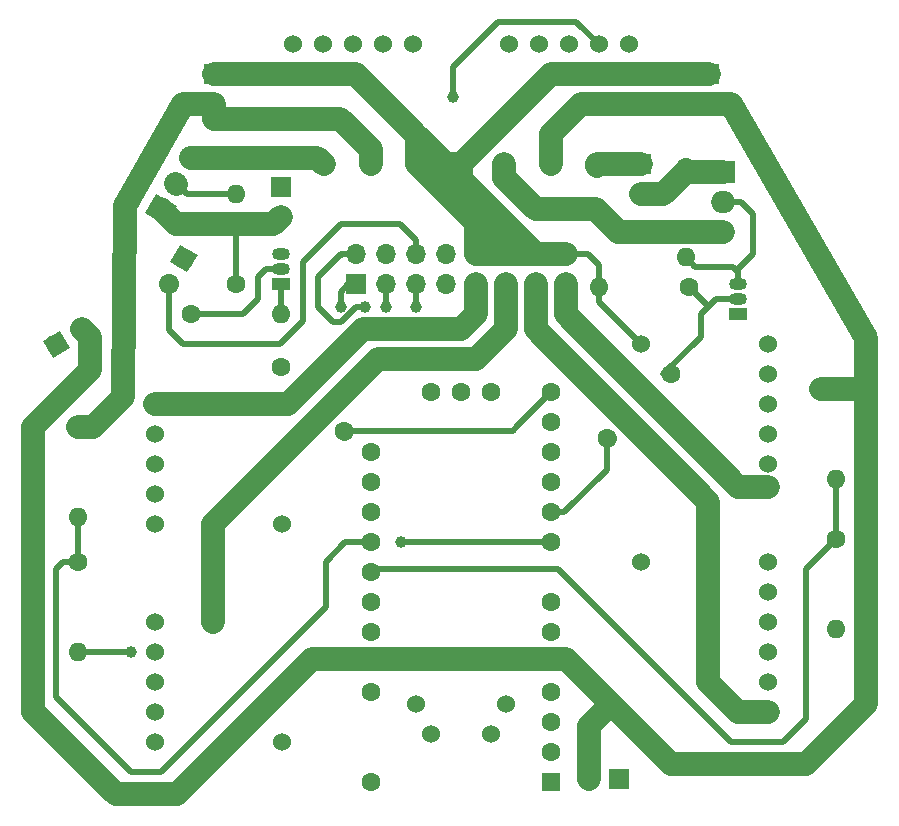
<source format=gbl>
G04 #@! TF.GenerationSoftware,KiCad,Pcbnew,5.0.2-bee76a0~70~ubuntu18.04.1*
G04 #@! TF.CreationDate,2019-01-29T21:20:29+01:00*
G04 #@! TF.ProjectId,Robot Propulsion layer 2 V2,526f626f-7420-4507-926f-70756c73696f,rev?*
G04 #@! TF.SameCoordinates,Original*
G04 #@! TF.FileFunction,Copper,L2,Bot*
G04 #@! TF.FilePolarity,Positive*
%FSLAX46Y46*%
G04 Gerber Fmt 4.6, Leading zero omitted, Abs format (unit mm)*
G04 Created by KiCad (PCBNEW 5.0.2-bee76a0~70~ubuntu18.04.1) date mar. 29 janv. 2019 21:20:29 CET*
%MOMM*%
%LPD*%
G01*
G04 APERTURE LIST*
G04 #@! TA.AperFunction,ComponentPad*
%ADD10C,1.600000*%
G04 #@! TD*
G04 #@! TA.AperFunction,ComponentPad*
%ADD11R,1.600000X1.600000*%
G04 #@! TD*
G04 #@! TA.AperFunction,ComponentPad*
%ADD12R,1.500000X1.050000*%
G04 #@! TD*
G04 #@! TA.AperFunction,ComponentPad*
%ADD13O,1.500000X1.050000*%
G04 #@! TD*
G04 #@! TA.AperFunction,ComponentPad*
%ADD14C,1.524000*%
G04 #@! TD*
G04 #@! TA.AperFunction,ComponentPad*
%ADD15O,1.700000X1.700000*%
G04 #@! TD*
G04 #@! TA.AperFunction,ComponentPad*
%ADD16R,1.700000X1.700000*%
G04 #@! TD*
G04 #@! TA.AperFunction,ComponentPad*
%ADD17C,1.700000*%
G04 #@! TD*
G04 #@! TA.AperFunction,Conductor*
%ADD18C,1.700000*%
G04 #@! TD*
G04 #@! TA.AperFunction,Conductor*
%ADD19C,0.100000*%
G04 #@! TD*
G04 #@! TA.AperFunction,Conductor*
%ADD20C,1.600000*%
G04 #@! TD*
G04 #@! TA.AperFunction,ComponentPad*
%ADD21O,1.600000X1.600000*%
G04 #@! TD*
G04 #@! TA.AperFunction,ComponentPad*
%ADD22C,1.905000*%
G04 #@! TD*
G04 #@! TA.AperFunction,Conductor*
%ADD23C,1.905000*%
G04 #@! TD*
G04 #@! TA.AperFunction,ComponentPad*
%ADD24R,2.000000X1.905000*%
G04 #@! TD*
G04 #@! TA.AperFunction,ComponentPad*
%ADD25O,2.000000X1.905000*%
G04 #@! TD*
G04 #@! TA.AperFunction,ViaPad*
%ADD26C,1.000000*%
G04 #@! TD*
G04 #@! TA.AperFunction,ViaPad*
%ADD27C,1.600000*%
G04 #@! TD*
G04 #@! TA.AperFunction,Conductor*
%ADD28C,0.500000*%
G04 #@! TD*
G04 #@! TA.AperFunction,Conductor*
%ADD29C,2.000000*%
G04 #@! TD*
G04 APERTURE END LIST*
D10*
G04 #@! TO.P,U3,17*
G04 #@! TO.N,Net-(U3-Pad17)*
X119000000Y-78514000D03*
G04 #@! TO.P,U3,18*
G04 #@! TO.N,Net-(SW1-Pad1)*
X116460000Y-78514000D03*
G04 #@! TO.P,U3,16*
G04 #@! TO.N,+3V3*
X121540000Y-78514000D03*
G04 #@! TO.P,U3,14*
G04 #@! TO.N,/EN_BAT_6V*
X126620000Y-78514000D03*
G04 #@! TO.P,U3,22*
G04 #@! TO.N,/CUR_12V*
X111380000Y-83594000D03*
G04 #@! TO.P,U3,23*
G04 #@! TO.N,/ALERT_6V*
X111380000Y-86134000D03*
G04 #@! TO.P,U3,24*
G04 #@! TO.N,/CUR_6V*
X111380000Y-88674000D03*
G04 #@! TO.P,U3,25*
G04 #@! TO.N,/T_6V*
X111380000Y-91214000D03*
G04 #@! TO.P,U3,26*
G04 #@! TO.N,/T_12V*
X111380000Y-93754000D03*
G04 #@! TO.P,U3,27*
G04 #@! TO.N,Net-(U3-Pad27)*
X111380000Y-96294000D03*
G04 #@! TO.P,U3,28*
G04 #@! TO.N,Net-(U3-Pad28)*
X111380000Y-98834000D03*
G04 #@! TO.P,U3,30*
G04 #@! TO.N,/EN_5V*
X111380000Y-103914000D03*
G04 #@! TO.P,U3,33*
G04 #@! TO.N,Net-(U3-Pad33)*
X111380000Y-111534000D03*
G04 #@! TO.P,U3,13*
G04 #@! TO.N,/LED_1*
X126620000Y-81054000D03*
G04 #@! TO.P,U3,12*
G04 #@! TO.N,/STOP_BAT_POWER*
X126620000Y-83594000D03*
G04 #@! TO.P,U3,11*
G04 #@! TO.N,/LED_2*
X126620000Y-86134000D03*
G04 #@! TO.P,U3,10*
G04 #@! TO.N,/EN_BAT_12V*
X126620000Y-88674000D03*
G04 #@! TO.P,U3,9*
G04 #@! TO.N,/EN_3_3V*
X126620000Y-91214000D03*
G04 #@! TO.P,U3,7*
G04 #@! TO.N,/ALERT_12V*
X126620000Y-96294000D03*
G04 #@! TO.P,U3,6*
G04 #@! TO.N,/EN_9V*
X126620000Y-98834000D03*
G04 #@! TO.P,U3,4*
G04 #@! TO.N,/EN_6V*
X126620000Y-103914000D03*
G04 #@! TO.P,U3,3*
G04 #@! TO.N,/TX*
X126620000Y-106454000D03*
G04 #@! TO.P,U3,2*
G04 #@! TO.N,/RX*
X126620000Y-108994000D03*
D11*
G04 #@! TO.P,U3,1*
G04 #@! TO.N,GND*
X126620000Y-111534000D03*
G04 #@! TD*
D12*
G04 #@! TO.P,Q1,1*
G04 #@! TO.N,GND*
X103760000Y-69370000D03*
D13*
G04 #@! TO.P,Q1,3*
G04 #@! TO.N,Net-(Q1-Pad3)*
X103760000Y-66830000D03*
G04 #@! TO.P,Q1,2*
G04 #@! TO.N,Net-(Q1-Pad2)*
X103760000Y-68100000D03*
G04 #@! TD*
D12*
G04 #@! TO.P,Q3,1*
G04 #@! TO.N,GND*
X142495000Y-71910000D03*
D13*
G04 #@! TO.P,Q3,3*
G04 #@! TO.N,Net-(Q3-Pad3)*
X142495000Y-69370000D03*
G04 #@! TO.P,Q3,2*
G04 #@! TO.N,Net-(Q3-Pad2)*
X142495000Y-70640000D03*
G04 #@! TD*
D14*
G04 #@! TO.P,J3,3*
G04 #@! TO.N,GND*
X115340000Y-59210000D03*
G04 #@! TO.P,J3,2*
G04 #@! TO.N,+6V*
X111380000Y-59210000D03*
G04 #@! TO.P,J3,1*
G04 #@! TO.N,Net-(J3-Pad1)*
X107420000Y-59210000D03*
G04 #@! TD*
G04 #@! TO.P,J5,3*
G04 #@! TO.N,GND*
X130580000Y-59210000D03*
G04 #@! TO.P,J5,2*
G04 #@! TO.N,+12V*
X126620000Y-59210000D03*
G04 #@! TO.P,J5,1*
G04 #@! TO.N,Net-(J5-Pad1)*
X122660000Y-59210000D03*
G04 #@! TD*
D15*
G04 #@! TO.P,J2,2*
G04 #@! TO.N,Net-(J2-Pad2)*
X103760000Y-63655000D03*
D16*
G04 #@! TO.P,J2,1*
G04 #@! TO.N,GND*
X103760000Y-61115000D03*
G04 #@! TD*
D15*
G04 #@! TO.P,J4,2*
G04 #@! TO.N,Net-(J4-Pad2)*
X134240000Y-61750000D03*
D16*
G04 #@! TO.P,J4,1*
G04 #@! TO.N,GND*
X134240000Y-59210000D03*
G04 #@! TD*
D17*
G04 #@! TO.P,J7,2*
G04 #@! TO.N,+12V*
X86959705Y-73180000D03*
D18*
G04 #@! TD*
G04 #@! TO.N,+12V*
G04 #@! TO.C,J7*
X86959705Y-73180000D02*
X86959705Y-73180000D01*
D17*
G04 #@! TO.P,J7,1*
G04 #@! TO.N,GND*
X84760000Y-74450000D03*
D19*
G04 #@! TD*
G04 #@! TO.N,GND*
G04 #@! TO.C,J7*
G36*
X85921122Y-74761122D02*
X84448878Y-75611122D01*
X83598878Y-74138878D01*
X85071122Y-73288878D01*
X85921122Y-74761122D01*
X85921122Y-74761122D01*
G37*
D15*
G04 #@! TO.P,J8,2*
G04 #@! TO.N,+12V*
X140005000Y-54130000D03*
D16*
G04 #@! TO.P,J8,1*
G04 #@! TO.N,GND*
X140005000Y-51590000D03*
G04 #@! TD*
D15*
G04 #@! TO.P,J9,2*
G04 #@! TO.N,+12V*
X129845000Y-111280000D03*
D16*
G04 #@! TO.P,J9,1*
G04 #@! TO.N,GND*
X132385000Y-111280000D03*
G04 #@! TD*
D15*
G04 #@! TO.P,J10,2*
G04 #@! TO.N,+6V*
X98095000Y-54130000D03*
D16*
G04 #@! TO.P,J10,1*
G04 #@! TO.N,GND*
X98095000Y-51590000D03*
G04 #@! TD*
D17*
G04 #@! TO.P,Switch_Power1,2*
G04 #@! TO.N,Net-(J1-Pad6)*
X94285000Y-69370000D03*
D18*
G04 #@! TD*
G04 #@! TO.N,Net-(J1-Pad6)*
G04 #@! TO.C,Switch_Power1*
X94285000Y-69370000D02*
X94285000Y-69370000D01*
D17*
G04 #@! TO.P,Switch_Power1,1*
G04 #@! TO.N,GND*
X95555000Y-67170295D03*
D19*
G04 #@! TD*
G04 #@! TO.N,GND*
G04 #@! TO.C,Switch_Power1*
G36*
X94393878Y-67481417D02*
X95243878Y-66009173D01*
X96716122Y-66859173D01*
X95866122Y-68331417D01*
X94393878Y-67481417D01*
X94393878Y-67481417D01*
G37*
D14*
G04 #@! TO.P,U4,1*
G04 #@! TO.N,Net-(U4-Pad1)*
X93092000Y-89690000D03*
G04 #@! TO.P,U4,2*
G04 #@! TO.N,/EN_3_3V*
X93092000Y-87150000D03*
G04 #@! TO.P,U4,3*
G04 #@! TO.N,+6V*
X93092000Y-84610000D03*
G04 #@! TO.P,U4,4*
G04 #@! TO.N,GND*
X93092000Y-82070000D03*
G04 #@! TO.P,U4,5*
G04 #@! TO.N,/3_3V*
X93092000Y-79530000D03*
G04 #@! TO.P,U4,6*
G04 #@! TO.N,GND*
X103887000Y-89690000D03*
G04 #@! TD*
G04 #@! TO.P,U5,1*
G04 #@! TO.N,Net-(U5-Pad1)*
X93092000Y-108105000D03*
G04 #@! TO.P,U5,2*
G04 #@! TO.N,/EN_5V*
X93092000Y-105565000D03*
G04 #@! TO.P,U5,3*
G04 #@! TO.N,+6V*
X93092000Y-103025000D03*
G04 #@! TO.P,U5,4*
G04 #@! TO.N,GND*
X93092000Y-100485000D03*
G04 #@! TO.P,U5,5*
G04 #@! TO.N,/5V*
X93092000Y-97945000D03*
G04 #@! TO.P,U5,6*
G04 #@! TO.N,GND*
X103887000Y-108105000D03*
G04 #@! TD*
G04 #@! TO.P,U6,1*
G04 #@! TO.N,Net-(U6-Pad1)*
X145035000Y-92865000D03*
G04 #@! TO.P,U6,2*
G04 #@! TO.N,/EN_6V*
X145035000Y-95405000D03*
G04 #@! TO.P,U6,3*
G04 #@! TO.N,+12V*
X145035000Y-97945000D03*
G04 #@! TO.P,U6,4*
G04 #@! TO.N,GND*
X145035000Y-100485000D03*
G04 #@! TO.P,U6,5*
G04 #@! TO.N,/6V*
X145035000Y-103025000D03*
G04 #@! TO.P,U6,6*
G04 #@! TO.N,GND*
X134240000Y-92865000D03*
G04 #@! TD*
G04 #@! TO.P,U7,1*
G04 #@! TO.N,Net-(U7-Pad1)*
X145035000Y-74450000D03*
G04 #@! TO.P,U7,2*
G04 #@! TO.N,/EN_9V*
X145035000Y-76990000D03*
G04 #@! TO.P,U7,3*
G04 #@! TO.N,+12V*
X145035000Y-79530000D03*
G04 #@! TO.P,U7,4*
G04 #@! TO.N,GND*
X145035000Y-82070000D03*
G04 #@! TO.P,U7,5*
G04 #@! TO.N,/9V*
X145035000Y-84610000D03*
G04 #@! TO.P,U7,6*
G04 #@! TO.N,GND*
X134240000Y-74450000D03*
G04 #@! TD*
G04 #@! TO.P,U1,5*
G04 #@! TO.N,GND*
X104776000Y-49050000D03*
G04 #@! TO.P,U1,4*
X107316000Y-49050000D03*
G04 #@! TO.P,U1,3*
G04 #@! TO.N,+3V3*
X109856000Y-49050000D03*
G04 #@! TO.P,U1,2*
G04 #@! TO.N,/CUR_6V*
X112396000Y-49050000D03*
G04 #@! TO.P,U1,1*
G04 #@! TO.N,/ALERT_6V*
X114936000Y-49050000D03*
G04 #@! TD*
G04 #@! TO.P,U2,5*
G04 #@! TO.N,GND*
X123064000Y-49050000D03*
G04 #@! TO.P,U2,4*
X125604000Y-49050000D03*
G04 #@! TO.P,U2,3*
G04 #@! TO.N,+3V3*
X128144000Y-49050000D03*
G04 #@! TO.P,U2,2*
G04 #@! TO.N,/CUR_12V*
X130684000Y-49050000D03*
G04 #@! TO.P,U2,1*
G04 #@! TO.N,/ALERT_12V*
X133224000Y-49050000D03*
G04 #@! TD*
D15*
G04 #@! TO.P,J1,16*
G04 #@! TO.N,GND*
X127890000Y-66830000D03*
G04 #@! TO.P,J1,15*
G04 #@! TO.N,/9V*
X127890000Y-69370000D03*
G04 #@! TO.P,J1,14*
G04 #@! TO.N,GND*
X125350000Y-66830000D03*
G04 #@! TO.P,J1,13*
G04 #@! TO.N,/6V*
X125350000Y-69370000D03*
G04 #@! TO.P,J1,12*
G04 #@! TO.N,GND*
X122810000Y-66830000D03*
G04 #@! TO.P,J1,11*
G04 #@! TO.N,/5V*
X122810000Y-69370000D03*
G04 #@! TO.P,J1,10*
G04 #@! TO.N,GND*
X120270000Y-66830000D03*
G04 #@! TO.P,J1,9*
G04 #@! TO.N,/3_3V*
X120270000Y-69370000D03*
G04 #@! TO.P,J1,8*
G04 #@! TO.N,/USB_V+*
X117730000Y-66830000D03*
G04 #@! TO.P,J1,7*
G04 #@! TO.N,/USB_V-*
X117730000Y-69370000D03*
G04 #@! TO.P,J1,6*
G04 #@! TO.N,Net-(J1-Pad6)*
X115190000Y-66830000D03*
G04 #@! TO.P,J1,5*
G04 #@! TO.N,/STOP_BAT_POWER*
X115190000Y-69370000D03*
G04 #@! TO.P,J1,4*
G04 #@! TO.N,/LED_1*
X112650000Y-66830000D03*
G04 #@! TO.P,J1,3*
G04 #@! TO.N,/LED_2*
X112650000Y-69370000D03*
G04 #@! TO.P,J1,2*
G04 #@! TO.N,/TX*
X110110000Y-66830000D03*
D16*
G04 #@! TO.P,J1,1*
G04 #@! TO.N,/RX*
X110110000Y-69370000D03*
G04 #@! TD*
D10*
G04 #@! TO.P,R1,1*
G04 #@! TO.N,Net-(Q1-Pad2)*
X103760000Y-76355000D03*
G04 #@! TO.P,R1,2*
G04 #@! TO.N,/EN_BAT_6V*
X109148154Y-81743154D03*
D20*
G04 #@! TD*
G04 #@! TO.N,/EN_BAT_6V*
G04 #@! TO.C,R1*
X109148154Y-81743154D02*
X109148154Y-81743154D01*
D21*
G04 #@! TO.P,R2,2*
G04 #@! TO.N,GND*
X103760000Y-71910000D03*
D10*
G04 #@! TO.P,R2,1*
G04 #@! TO.N,Net-(Q1-Pad2)*
X96140000Y-71910000D03*
G04 #@! TD*
G04 #@! TO.P,R3,1*
G04 #@! TO.N,Net-(J2-Pad2)*
X99950000Y-69370000D03*
D21*
G04 #@! TO.P,R3,2*
G04 #@! TO.N,Net-(Q1-Pad3)*
X99950000Y-61750000D03*
G04 #@! TD*
G04 #@! TO.P,R4,2*
G04 #@! TO.N,/T_6V*
X86615000Y-89055000D03*
D10*
G04 #@! TO.P,R4,1*
G04 #@! TO.N,+6V*
X86615000Y-81435000D03*
G04 #@! TD*
G04 #@! TO.P,R5,1*
G04 #@! TO.N,/T_6V*
X86615000Y-92865000D03*
D21*
G04 #@! TO.P,R5,2*
G04 #@! TO.N,GND*
X86615000Y-100485000D03*
G04 #@! TD*
D10*
G04 #@! TO.P,R6,1*
G04 #@! TO.N,Net-(Q3-Pad2)*
X136780000Y-76990000D03*
G04 #@! TO.P,R6,2*
G04 #@! TO.N,/EN_BAT_12V*
X131391846Y-82378154D03*
D20*
G04 #@! TD*
G04 #@! TO.N,/EN_BAT_12V*
G04 #@! TO.C,R6*
X131391846Y-82378154D02*
X131391846Y-82378154D01*
D21*
G04 #@! TO.P,R7,2*
G04 #@! TO.N,GND*
X130684000Y-69624000D03*
D10*
G04 #@! TO.P,R7,1*
G04 #@! TO.N,Net-(Q3-Pad2)*
X138304000Y-69624000D03*
G04 #@! TD*
D21*
G04 #@! TO.P,R8,2*
G04 #@! TO.N,Net-(Q3-Pad3)*
X138050000Y-67084000D03*
D10*
G04 #@! TO.P,R8,1*
G04 #@! TO.N,Net-(J4-Pad2)*
X138050000Y-59464000D03*
G04 #@! TD*
D21*
G04 #@! TO.P,R9,2*
G04 #@! TO.N,/T_12V*
X150750000Y-85880000D03*
D10*
G04 #@! TO.P,R9,1*
G04 #@! TO.N,+12V*
X150750000Y-78260000D03*
G04 #@! TD*
G04 #@! TO.P,R10,1*
G04 #@! TO.N,/T_12V*
X150750000Y-90960000D03*
D21*
G04 #@! TO.P,R10,2*
G04 #@! TO.N,GND*
X150750000Y-98580000D03*
G04 #@! TD*
D14*
G04 #@! TO.P,SW1,1*
G04 #@! TO.N,Net-(SW1-Pad1)*
X121540000Y-107470000D03*
G04 #@! TO.P,SW1,2*
G04 #@! TO.N,GND*
X116460000Y-107470000D03*
G04 #@! TO.P,SW1,3*
G04 #@! TO.N,N/C*
X122810000Y-104930000D03*
G04 #@! TO.P,SW1,4*
X115190000Y-104930000D03*
G04 #@! TD*
D22*
G04 #@! TO.P,Q2,1*
G04 #@! TO.N,Net-(J2-Pad2)*
X93600000Y-63020000D03*
D19*
G04 #@! TD*
G04 #@! TO.N,Net-(J2-Pad2)*
G04 #@! TO.C,Q2*
G36*
X93989775Y-64344889D02*
X92257725Y-63344889D01*
X93210225Y-61695111D01*
X94942275Y-62695111D01*
X93989775Y-64344889D01*
X93989775Y-64344889D01*
G37*
D22*
G04 #@! TO.P,Q2,2*
G04 #@! TO.N,Net-(Q1-Pad3)*
X94870000Y-60820295D03*
D23*
G04 #@! TD*
G04 #@! TO.N,Net-(Q1-Pad3)*
G04 #@! TO.C,Q2*
X94828864Y-60796545D02*
X94911136Y-60844045D01*
D22*
G04 #@! TO.P,Q2,3*
G04 #@! TO.N,Net-(J3-Pad1)*
X96140000Y-58620591D03*
D23*
G04 #@! TD*
G04 #@! TO.N,Net-(J3-Pad1)*
G04 #@! TO.C,Q2*
X96098864Y-58596841D02*
X96181136Y-58644341D01*
D24*
G04 #@! TO.P,Q4,1*
G04 #@! TO.N,Net-(J4-Pad2)*
X141225000Y-59845000D03*
D25*
G04 #@! TO.P,Q4,2*
G04 #@! TO.N,Net-(Q3-Pad3)*
X141225000Y-62385000D03*
G04 #@! TO.P,Q4,3*
G04 #@! TO.N,Net-(J5-Pad1)*
X141225000Y-64925000D03*
G04 #@! TD*
D26*
G04 #@! TO.N,GND*
X91060000Y-100485000D03*
G04 #@! TO.N,/EN_3_3V*
X113920000Y-91214000D03*
D27*
G04 #@! TO.N,/5V*
X98045000Y-97945000D03*
G04 #@! TO.N,/6V*
X145035000Y-105565000D03*
G04 #@! TO.N,/9V*
X145035000Y-86515000D03*
D26*
G04 #@! TO.N,/CUR_12V*
X118365000Y-53495000D03*
G04 #@! TO.N,/RX*
X108840000Y-71275000D03*
G04 #@! TO.N,/LED_2*
X112650000Y-71275000D03*
G04 #@! TO.N,/STOP_BAT_POWER*
X115190000Y-71275000D03*
G04 #@! TO.N,/TX*
X110872000Y-71275000D03*
G04 #@! TD*
D28*
G04 #@! TO.N,Net-(Q1-Pad2)*
X102510000Y-68100000D02*
X101855000Y-68755000D01*
X103760000Y-68100000D02*
X102510000Y-68100000D01*
X101855000Y-68755000D02*
X101855000Y-70640000D01*
X101855000Y-70640000D02*
X100585000Y-71910000D01*
X100585000Y-71910000D02*
X96775000Y-71910000D01*
G04 #@! TO.N,Net-(Q1-Pad3)*
X94870000Y-60820295D02*
X95799705Y-61750000D01*
X95799705Y-61750000D02*
X99950000Y-61750000D01*
D29*
G04 #@! TO.N,GND*
X115340000Y-59210000D02*
X115340000Y-56820000D01*
X115340000Y-56820000D02*
X110110000Y-51590000D01*
X110110000Y-51590000D02*
X98095000Y-51590000D01*
X130580000Y-59210000D02*
X130580000Y-59360000D01*
X134240000Y-59210000D02*
X130580000Y-59210000D01*
X127890000Y-66830000D02*
X120270000Y-66830000D01*
X120270000Y-63020000D02*
X119150000Y-63020000D01*
X116460000Y-60330000D02*
X117880000Y-60330000D01*
X116460000Y-60330000D02*
X115340000Y-59210000D01*
X119150000Y-63020000D02*
X116460000Y-60330000D01*
X119000000Y-60480000D02*
X125350000Y-66830000D01*
X119000000Y-59210000D02*
X119000000Y-60480000D01*
X119000000Y-59210000D02*
X125985000Y-52225000D01*
X117880000Y-60330000D02*
X119000000Y-59210000D01*
X122107081Y-64925000D02*
X120270000Y-64925000D01*
X122810000Y-65627919D02*
X122107081Y-64925000D01*
X120270000Y-66830000D02*
X120270000Y-64925000D01*
X122810000Y-66830000D02*
X122810000Y-65627919D01*
X120270000Y-64925000D02*
X120270000Y-63020000D01*
X120270000Y-64140000D02*
X119150000Y-63020000D01*
X120270000Y-66830000D02*
X120270000Y-64140000D01*
X115340000Y-56820000D02*
X117730000Y-59210000D01*
X115340000Y-59210000D02*
X117730000Y-59210000D01*
X117730000Y-59210000D02*
X119000000Y-59210000D01*
D28*
X86615000Y-100485000D02*
X91060000Y-100485000D01*
D29*
X140005000Y-51590000D02*
X126620000Y-51590000D01*
X126620000Y-51590000D02*
X125985000Y-52225000D01*
D28*
X103760000Y-69370000D02*
X103760000Y-71275000D01*
X127890000Y-66830000D02*
X129795000Y-66830000D01*
X131700000Y-71910000D02*
X134240000Y-74450000D01*
X130684000Y-70894000D02*
X134240000Y-74450000D01*
X130684000Y-69624000D02*
X130684000Y-70894000D01*
X130684000Y-67719000D02*
X129795000Y-66830000D01*
X130684000Y-69624000D02*
X130684000Y-67719000D01*
D29*
G04 #@! TO.N,Net-(J3-Pad1)*
X106254409Y-58620591D02*
X96140000Y-58620591D01*
X106830591Y-58620591D02*
X96140000Y-58620591D01*
X107420000Y-59210000D02*
X106830591Y-58620591D01*
D28*
G04 #@! TO.N,Net-(Q3-Pad2)*
X140590000Y-70640000D02*
X142495000Y-70640000D01*
X139320000Y-73815000D02*
X139320000Y-71910000D01*
X136145000Y-76990000D02*
X139320000Y-73815000D01*
X139828000Y-71148000D02*
X139828000Y-71402000D01*
X138304000Y-69624000D02*
X139828000Y-71148000D01*
X139320000Y-71910000D02*
X139828000Y-71402000D01*
X139828000Y-71402000D02*
X140590000Y-70640000D01*
G04 #@! TO.N,Net-(Q3-Pad3)*
X142725000Y-62385000D02*
X141225000Y-62385000D01*
X143765000Y-63425000D02*
X142725000Y-62385000D01*
X143765000Y-66830000D02*
X143765000Y-63425000D01*
X142495000Y-68100000D02*
X143765000Y-66830000D01*
X142495000Y-69370000D02*
X142495000Y-68100000D01*
X142495000Y-68345000D02*
X142495000Y-69370000D01*
X142033999Y-67883999D02*
X142495000Y-68345000D01*
X138849999Y-67883999D02*
X142033999Y-67883999D01*
X138050000Y-67084000D02*
X138849999Y-67883999D01*
D29*
G04 #@! TO.N,Net-(J4-Pad2)*
X134240000Y-61750000D02*
X136145000Y-61750000D01*
X138050000Y-59845000D02*
X141225000Y-59845000D01*
X136145000Y-61750000D02*
X138050000Y-59845000D01*
G04 #@! TO.N,Net-(J5-Pad1)*
X125350000Y-63020000D02*
X130430000Y-63020000D01*
X122660000Y-59210000D02*
X122660000Y-60330000D01*
X122660000Y-60330000D02*
X125350000Y-63020000D01*
X130430000Y-63020000D02*
X132335000Y-64925000D01*
X132335000Y-64925000D02*
X141225000Y-64925000D01*
G04 #@! TO.N,+6V*
X98095000Y-55332081D02*
X98095000Y-54130000D01*
X108772081Y-55332081D02*
X98095000Y-55332081D01*
X111380000Y-57940000D02*
X108772081Y-55332081D01*
X87885000Y-81435000D02*
X86615000Y-81435000D01*
X90425000Y-78895000D02*
X87885000Y-81435000D01*
X90552000Y-62766000D02*
X90425000Y-78895000D01*
X98095000Y-54130000D02*
X95505000Y-54130000D01*
X95505000Y-54130000D02*
X90552000Y-62766000D01*
X111380000Y-59210000D02*
X111380000Y-57940000D01*
G04 #@! TO.N,+12V*
X129160000Y-54130000D02*
X140005000Y-54130000D01*
X126620000Y-59210000D02*
X126620000Y-56670000D01*
X126620000Y-56670000D02*
X129160000Y-54130000D01*
X140005000Y-54130000D02*
X141860000Y-54130000D01*
X141860000Y-54130000D02*
X153290000Y-73872728D01*
X153290000Y-104930000D02*
X148210000Y-110010000D01*
X148210000Y-110010000D02*
X136780000Y-110010000D01*
X129845000Y-106785000D02*
X131700000Y-104930000D01*
X129845000Y-111280000D02*
X129845000Y-106785000D01*
X136780000Y-110010000D02*
X131700000Y-104930000D01*
X87589990Y-76650010D02*
X87589990Y-73810285D01*
X87589990Y-73810285D02*
X86959705Y-73180000D01*
X149480000Y-78260000D02*
X153290000Y-78260000D01*
X153290000Y-78260000D02*
X153290000Y-104930000D01*
X89790000Y-112550000D02*
X82805000Y-105565000D01*
X95015622Y-112550000D02*
X89790000Y-112550000D01*
X106445622Y-101120000D02*
X95015622Y-112550000D01*
X131700000Y-104930000D02*
X127890000Y-101120000D01*
X127890000Y-101120000D02*
X106445622Y-101120000D01*
X82805000Y-81435000D02*
X87589990Y-76650010D01*
X82805000Y-105565000D02*
X82805000Y-81435000D01*
X153290000Y-73872728D02*
X153290000Y-78260000D01*
D28*
G04 #@! TO.N,/EN_3_3V*
X126620000Y-91214000D02*
X114301000Y-91214000D01*
X114301000Y-91214000D02*
X114301000Y-91214000D01*
X113920000Y-91214000D02*
X114301000Y-91214000D01*
D29*
G04 #@! TO.N,/3_3V*
X119635000Y-72545000D02*
X120270000Y-71910000D01*
X93092000Y-79530000D02*
X104395000Y-79530000D01*
X120270000Y-71910000D02*
X120270000Y-69370000D01*
X120270000Y-71910000D02*
X119000000Y-73180000D01*
X119000000Y-73180000D02*
X110745000Y-73180000D01*
X110745000Y-73180000D02*
X104395000Y-79530000D01*
G04 #@! TO.N,/5V*
X122810000Y-73180000D02*
X122810000Y-69370000D01*
X112015000Y-75720000D02*
X120270000Y-75720000D01*
X120270000Y-75720000D02*
X122810000Y-73180000D01*
X98045000Y-97945000D02*
X98045000Y-89690000D01*
X98045000Y-89690000D02*
X112015000Y-75720000D01*
G04 #@! TO.N,/6V*
X139955000Y-87785000D02*
X125350000Y-73180000D01*
X139955000Y-103025000D02*
X139955000Y-87785000D01*
X125350000Y-73180000D02*
X125350000Y-69370000D01*
X145035000Y-105565000D02*
X142495000Y-105565000D01*
X142495000Y-105565000D02*
X139955000Y-103025000D01*
G04 #@! TO.N,/9V*
X142495000Y-86515000D02*
X145035000Y-86515000D01*
X127890000Y-69370000D02*
X127890000Y-71910000D01*
X127890000Y-71910000D02*
X142495000Y-86515000D01*
D28*
G04 #@! TO.N,/CUR_12V*
X130684000Y-49050000D02*
X128779000Y-47145000D01*
X128779000Y-47145000D02*
X123175238Y-47145000D01*
X123175238Y-47145000D02*
X122175000Y-47145000D01*
X122175000Y-47145000D02*
X118365000Y-50955000D01*
X118365000Y-50955000D02*
X118365000Y-53495000D01*
X118365000Y-53495000D02*
X118365000Y-53495000D01*
G04 #@! TO.N,/RX*
X108840000Y-71275000D02*
X108840000Y-70005000D01*
X108840000Y-70005000D02*
X109475000Y-69370000D01*
X109475000Y-69370000D02*
X110110000Y-69370000D01*
G04 #@! TO.N,/LED_2*
X112650000Y-69370000D02*
X112650000Y-71275000D01*
X112650000Y-71275000D02*
X112650000Y-71275000D01*
G04 #@! TO.N,/STOP_BAT_POWER*
X115190000Y-71275000D02*
X115190000Y-69370000D01*
G04 #@! TO.N,/TX*
X110110000Y-66830000D02*
X108907919Y-66830000D01*
X108907919Y-66830000D02*
X108809999Y-66927920D01*
X110110000Y-71275000D02*
X110110000Y-71275000D01*
X106935000Y-71275000D02*
X106935000Y-68735000D01*
X108840000Y-66830000D02*
X108907919Y-66830000D01*
X108205000Y-72545000D02*
X106935000Y-71275000D01*
X106935000Y-68735000D02*
X108840000Y-66830000D01*
X110110000Y-71275000D02*
X108840000Y-72545000D01*
X108840000Y-72545000D02*
X108205000Y-72545000D01*
X110110000Y-71275000D02*
X110872000Y-71275000D01*
G04 #@! TO.N,/T_6V*
X86615000Y-92865000D02*
X86615000Y-89055000D01*
X107570000Y-92865000D02*
X109221000Y-91214000D01*
X107570000Y-96675000D02*
X107570000Y-92865000D01*
X86615000Y-92865000D02*
X85345000Y-92865000D01*
X84710000Y-93500000D02*
X84710000Y-104295000D01*
X109221000Y-91214000D02*
X111380000Y-91214000D01*
X85345000Y-92865000D02*
X84710000Y-93500000D01*
X84710000Y-104295000D02*
X91060000Y-110645000D01*
X91060000Y-110645000D02*
X93600000Y-110645000D01*
X93600000Y-110645000D02*
X107570000Y-96675000D01*
G04 #@! TO.N,/T_12V*
X150750000Y-90960000D02*
X150750000Y-85880000D01*
X150750000Y-90960000D02*
X148210000Y-93500000D01*
X148210000Y-93500000D02*
X148210000Y-106200000D01*
X111380000Y-93754000D02*
X111761000Y-93754000D01*
X111761000Y-93754000D02*
X112015000Y-93500000D01*
X112015000Y-93500000D02*
X127255000Y-93500000D01*
X127255000Y-93500000D02*
X141860000Y-108105000D01*
X141860000Y-108105000D02*
X146305000Y-108105000D01*
X148210000Y-106200000D02*
X146305000Y-108105000D01*
G04 #@! TO.N,Net-(J2-Pad2)*
X99950000Y-69370000D02*
X99950000Y-65560000D01*
D29*
X103125000Y-64290000D02*
X103760000Y-63655000D01*
X93600000Y-63020000D02*
X94870000Y-64290000D01*
D28*
X99950000Y-65560000D02*
X99950000Y-64290000D01*
D29*
X94870000Y-64290000D02*
X99950000Y-64290000D01*
X99950000Y-64290000D02*
X103125000Y-64290000D01*
D28*
G04 #@! TO.N,/EN_BAT_6V*
X123771846Y-81362154D02*
X126620000Y-78514000D01*
X123390846Y-81743154D02*
X123771846Y-81362154D01*
X109148154Y-81743154D02*
X123390846Y-81743154D01*
G04 #@! TO.N,/EN_BAT_12V*
X131391846Y-83509524D02*
X131391846Y-82378154D01*
X131391846Y-85033524D02*
X131391846Y-83509524D01*
X127751370Y-88674000D02*
X131391846Y-85033524D01*
X126620000Y-88674000D02*
X127751370Y-88674000D01*
G04 #@! TO.N,Net-(J1-Pad6)*
X115190000Y-65627919D02*
X115190000Y-66830000D01*
X108840000Y-64290000D02*
X113852081Y-64290000D01*
X94285000Y-73230000D02*
X95505000Y-74450000D01*
X94285000Y-69370000D02*
X94285000Y-73230000D01*
X113852081Y-64290000D02*
X115190000Y-65627919D01*
X95505000Y-74450000D02*
X103705002Y-74450000D01*
X103705002Y-74450000D02*
X105665000Y-72490002D01*
X105665000Y-72490002D02*
X105665000Y-67465000D01*
X105665000Y-67465000D02*
X108840000Y-64290000D01*
G04 #@! TD*
M02*

</source>
